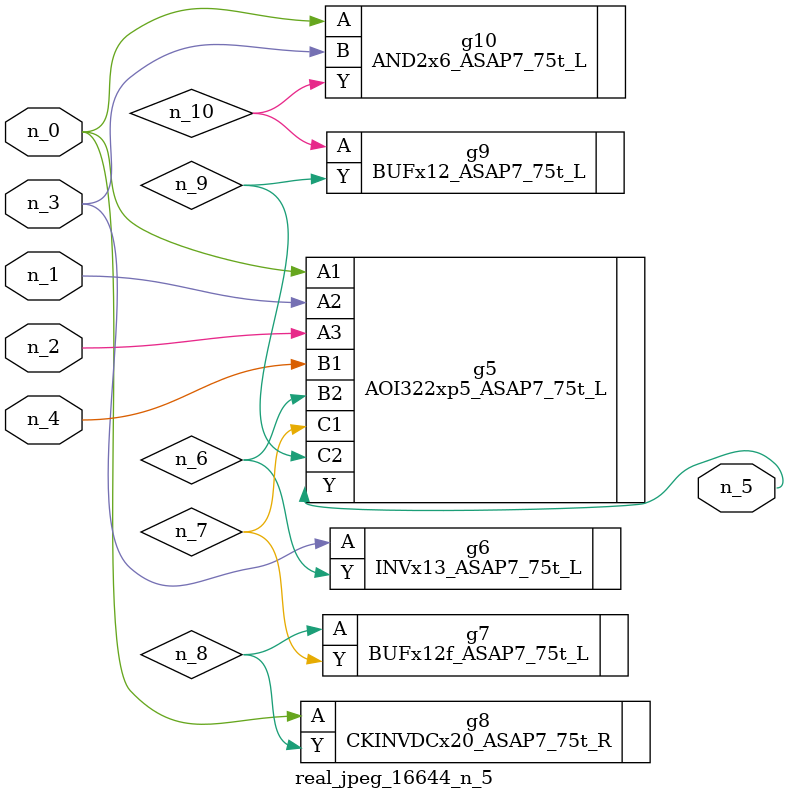
<source format=v>
module real_jpeg_16644_n_5 (n_4, n_0, n_1, n_2, n_3, n_5);

input n_4;
input n_0;
input n_1;
input n_2;
input n_3;

output n_5;

wire n_8;
wire n_6;
wire n_7;
wire n_10;
wire n_9;

AOI322xp5_ASAP7_75t_L g5 ( 
.A1(n_0),
.A2(n_1),
.A3(n_2),
.B1(n_4),
.B2(n_6),
.C1(n_7),
.C2(n_9),
.Y(n_5)
);

CKINVDCx20_ASAP7_75t_R g8 ( 
.A(n_0),
.Y(n_8)
);

AND2x6_ASAP7_75t_L g10 ( 
.A(n_0),
.B(n_3),
.Y(n_10)
);

INVx13_ASAP7_75t_L g6 ( 
.A(n_3),
.Y(n_6)
);

BUFx12f_ASAP7_75t_L g7 ( 
.A(n_8),
.Y(n_7)
);

BUFx12_ASAP7_75t_L g9 ( 
.A(n_10),
.Y(n_9)
);


endmodule
</source>
